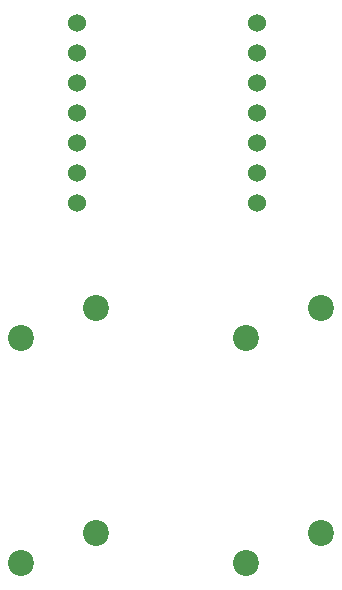
<source format=gbr>
%TF.GenerationSoftware,KiCad,Pcbnew,9.0.3*%
%TF.CreationDate,2025-07-13T23:11:11-04:00*%
%TF.ProjectId,Hackapad,4861636b-6170-4616-942e-6b696361645f,rev?*%
%TF.SameCoordinates,Original*%
%TF.FileFunction,Copper,L2,Bot*%
%TF.FilePolarity,Positive*%
%FSLAX46Y46*%
G04 Gerber Fmt 4.6, Leading zero omitted, Abs format (unit mm)*
G04 Created by KiCad (PCBNEW 9.0.3) date 2025-07-13 23:11:11*
%MOMM*%
%LPD*%
G01*
G04 APERTURE LIST*
%TA.AperFunction,ComponentPad*%
%ADD10C,2.200000*%
%TD*%
%TA.AperFunction,ComponentPad*%
%ADD11C,1.524000*%
%TD*%
G04 APERTURE END LIST*
D10*
%TO.P,SW1,1,1*%
%TO.N,Net-(U1-GND)*%
X64135000Y-71120000D03*
%TO.P,SW1,2,2*%
%TO.N,Net-(U1-GPIO26{slash}ADC0{slash}A0)*%
X57785000Y-73660000D03*
%TD*%
D11*
%TO.P,U1,1,GPIO26/ADC0/A0*%
%TO.N,Net-(U1-GPIO26{slash}ADC0{slash}A0)*%
X62506250Y-27940000D03*
%TO.P,U1,2,GPIO27/ADC1/A1*%
%TO.N,unconnected-(U1-GPIO27{slash}ADC1{slash}A1-Pad2)*%
X62506250Y-30480000D03*
%TO.P,U1,3,GPIO28/ADC2/A2*%
%TO.N,unconnected-(U1-GPIO28{slash}ADC2{slash}A2-Pad3)*%
X62506250Y-33020000D03*
%TO.P,U1,4,GPIO29/ADC3/A3*%
%TO.N,unconnected-(U1-GPIO29{slash}ADC3{slash}A3-Pad4)*%
X62506250Y-35560000D03*
%TO.P,U1,5,GPIO6/SDA*%
%TO.N,unconnected-(U1-GPIO6{slash}SDA-Pad5)*%
X62506250Y-38100000D03*
%TO.P,U1,6,GPIO7/SCL*%
%TO.N,unconnected-(U1-GPIO7{slash}SCL-Pad6)*%
X62506250Y-40640000D03*
%TO.P,U1,7,GPIO0/TX*%
%TO.N,unconnected-(U1-GPIO0{slash}TX-Pad7)*%
X62506250Y-43180000D03*
%TO.P,U1,8,GPIO1/RX*%
%TO.N,unconnected-(U1-GPIO1{slash}RX-Pad8)*%
X77746250Y-43180000D03*
%TO.P,U1,9,GPIO2/SCK*%
%TO.N,Net-(U1-GPIO2{slash}SCK)*%
X77746250Y-40640000D03*
%TO.P,U1,10,GPIO4/MISO*%
%TO.N,Net-(U1-GPIO4{slash}MISO)*%
X77746250Y-38100000D03*
%TO.P,U1,11,GPIO3/MOSI*%
%TO.N,Net-(U1-GPIO3{slash}MOSI)*%
X77746250Y-35560000D03*
%TO.P,U1,12,3V3*%
%TO.N,unconnected-(U1-3V3-Pad12)*%
X77746250Y-33020000D03*
%TO.P,U1,13,GND*%
%TO.N,Net-(U1-GND)*%
X77746250Y-30480000D03*
%TO.P,U1,14,VBUS*%
%TO.N,unconnected-(U1-VBUS-Pad14)*%
X77746250Y-27940000D03*
%TD*%
D10*
%TO.P,SW4,1,1*%
%TO.N,Net-(U1-GND)*%
X83185000Y-71120000D03*
%TO.P,SW4,2,2*%
%TO.N,Net-(U1-GPIO2{slash}SCK)*%
X76835000Y-73660000D03*
%TD*%
%TO.P,SW2,1,1*%
%TO.N,Net-(U1-GND)*%
X64135000Y-52070000D03*
%TO.P,SW2,2,2*%
%TO.N,Net-(U1-GPIO3{slash}MOSI)*%
X57785000Y-54610000D03*
%TD*%
%TO.P,SW3,1,1*%
%TO.N,Net-(U1-GND)*%
X83185000Y-52070000D03*
%TO.P,SW3,2,2*%
%TO.N,Net-(U1-GPIO4{slash}MISO)*%
X76835000Y-54610000D03*
%TD*%
M02*

</source>
